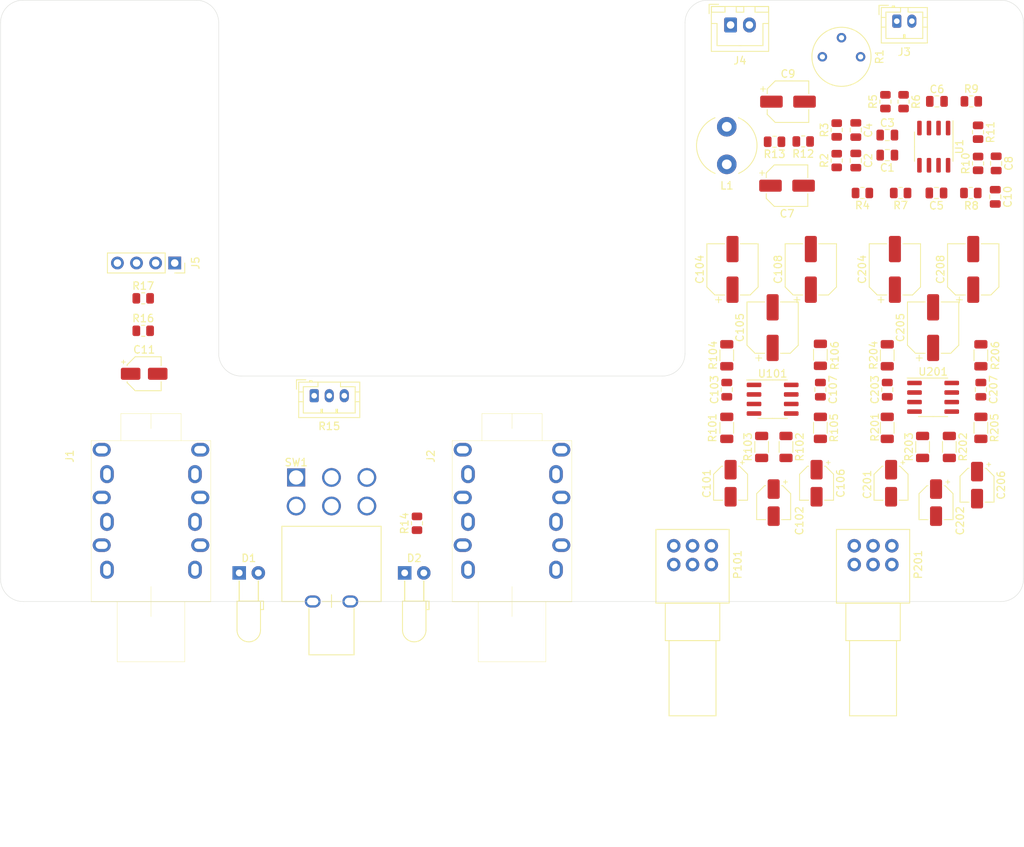
<source format=kicad_pcb>
(kicad_pcb (version 20241229) (generator "pcbnew") (generator_version "9.0")
  (layers (0 "F.Cu" signal) (2 "B.Cu" signal) (13 "F.Paste" user) (15 "B.Paste" user) (5 "F.SilkS" user "F.Silkscreen") (7 "B.SilkS" user "B.Silkscreen") (1 "F.Mask" user) (3 "B.Mask" user) (25 "Edge.Cuts" user))
  (net 0 "")
  (net 1 "Net-(C1-Pad1)")
  (net 2 "IN1")
  (net 3 "GND")
  (net 4 "IN2")
  (net 5 "Net-(C3-Pad1)")
  (net 6 "Net-(C5-Pad1)")
  (net 7 "Net-(C5-Pad2)")
  (net 8 "Net-(C6-Pad2)")
  (net 9 "Net-(C6-Pad1)")
  (net 10 "Net-(L1-Pad1)")
  (net 11 "Net-(C10-Pad2)")
  (net 12 "MP")
  (net 13 "OUT")
  (net 14 "+9V")
  (net 15 "Net-(R101-Pad2)")
  (net 16 "Net-(C101-Pad2)")
  (net 17 "Net-(R102-Pad1)")
  (net 18 "Net-(R105-Pad2)")
  (net 19 "Net-(C103-Pad1)")
  (net 20 "Net-(C103-Pad2)")
  (net 21 "Net-(C106-Pad2)")
  (net 22 "Net-(R201-Pad2)")
  (net 23 "Net-(C107-Pad2)")
  (net 24 "Net-(C107-Pad1)")
  (net 25 "Net-(R202-Pad1)")
  (net 26 "Net-(C201-Pad2)")
  (net 27 "Net-(R205-Pad2)")
  (net 28 "Net-(C203-Pad1)")
  (net 29 "Net-(C203-Pad2)")
  (net 31 "Net-(C206-Pad2)")
  (net 32 "Net-(C207-Pad2)")
  (net 33 "Net-(C207-Pad1)")
  (net 47 "Net-(R4-Pad2)")
  (net 48 "Net-(D1-Pad2)")
  (net 49 "Net-(D1-Pad1)")
  (net 50 "Net-(D2-Pad1)")
  (net 52 "GAIN_SW")
  (net 53 "Net-(C11-Pad2)")
  (net 54 "PL_OUT")
  (net 55 "PR_OUT")
  (net 56 "G_IN")
  (net 57 "AUXR_IN")
  (net 58 "AUXL_IN")
  (net 59 "GAIN_HI")
  (net 60 "Net-(J5-Pad3)")
  (footprint "Capacitor_SMD:C_0805_2012Metric" (layer "F.Cu") (at 195.707 71.332 90)
    (property "Reference" "C2" (at 0 1.661 90) (layer "F.SilkS"))
    (property "Value" "1nF")
    (pad "1" smd roundrect (at -0.95 0 90) (size 1 1.45) (layers "F.Cu" "F.Mask" "F.Paste") (net 3 "GND"))
    (pad "2" smd roundrect (at 0.95 0 90) (size 1 1.45) (layers "F.Cu" "F.Mask" "F.Paste") (net 2 "IN1"))
  )
  (footprint "Capacitor_SMD:C_0805_2012Metric" (layer "F.Cu") (at 199.898 67.945 180)
    (property "Reference" "C3" (at 0 1.609 0) (layer "F.SilkS"))
    (property "Value" "1uF")
    (pad "1" smd roundrect (at -0.95 0 180) (size 1 1.45) (layers "F.Cu" "F.Mask" "F.Paste") (net 5 "Net-(C3-Pad1)"))
    (pad "2" smd roundrect (at 0.95 0 180) (size 1 1.45) (layers "F.Cu" "F.Mask" "F.Paste") (net 4 "IN2"))
  )
  (footprint "Capacitor_SMD:C_0805_2012Metric" (layer "F.Cu") (at 195.707 67.268 -90)
    (property "Reference" "C4" (at 0.042 -1.661 90) (layer "F.SilkS"))
    (property "Value" "1nF")
    (pad "1" smd roundrect (at -0.95 0 270) (size 1 1.45) (layers "F.Cu" "F.Mask" "F.Paste") (net 3 "GND"))
    (pad "2" smd roundrect (at 0.95 0 270) (size 1 1.45) (layers "F.Cu" "F.Mask" "F.Paste") (net 4 "IN2"))
  )
  (footprint "Capacitor_SMD:C_0805_2012Metric" (layer "F.Cu") (at 206.4285 75.65 180)
    (property "Reference" "C5" (at 0 -1.68 0) (layer "F.SilkS"))
    (property "Value" "0.1nF")
    (pad "1" smd roundrect (at -0.95 0 180) (size 1 1.45) (layers "F.Cu" "F.Mask" "F.Paste") (net 6 "Net-(C5-Pad1)"))
    (pad "2" smd roundrect (at 0.95 0 180) (size 1 1.45) (layers "F.Cu" "F.Mask" "F.Paste") (net 7 "Net-(C5-Pad2)"))
  )
  (footprint "Capacitor_SMD:C_0805_2012Metric" (layer "F.Cu") (at 206.492 63.458 180)
    (property "Reference" "C6" (at -0.01 1.609 0) (layer "F.SilkS"))
    (property "Value" "0.1nF")
    (pad "1" smd roundrect (at -0.95 0 180) (size 1 1.45) (layers "F.Cu" "F.Mask" "F.Paste") (net 9 "Net-(C6-Pad1)"))
    (pad "2" smd roundrect (at 0.95 0 180) (size 1 1.45) (layers "F.Cu" "F.Mask" "F.Paste") (net 8 "Net-(C6-Pad2)"))
  )
  (footprint "Capacitor_SMD:CP_Elec_5x5.4" (layer "F.Cu") (at 186.563 74.676)
    (property "Reference" "C7" (at 0.01 3.725 0) (layer "F.SilkS"))
    (property "Value" "22uF, 16V")
    (pad "1" smd roundrect (at -2.2 0) (size 3 1.6) (layers "F.Cu" "F.Mask" "F.Paste") (roundrect_rratio 0.15625) (net 10 "Net-(L1-Pad1)"))
    (pad "2" smd roundrect (at 2.2 0) (size 3 1.6) (layers "F.Cu" "F.Mask" "F.Paste") (roundrect_rratio 0.15625) (net 3 "GND"))
  )
  (footprint "Capacitor_SMD:C_0805_2012Metric" (layer "F.Cu") (at 214.366 71.713 -90)
    (property "Reference" "C8" (at 0 -1.68 90) (layer "F.SilkS"))
    (property "Value" "6.8nF")
    (pad "1" smd roundrect (at -0.95 0 270) (size 1 1.45) (layers "F.Cu" "F.Mask" "F.Paste") (net 3 "GND"))
    (pad "2" smd roundrect (at 0.95 0 270) (size 1 1.45) (layers "F.Cu" "F.Mask" "F.Paste") (net 11 "Net-(C10-Pad2)"))
  )
  (footprint "Capacitor_SMD:CP_Elec_5x5.4" (layer "F.Cu") (at 186.69 63.5)
    (property "Reference" "C9" (at 0 -3.7 0) (layer "F.SilkS"))
    (property "Value" "22uF, 16V")
    (pad "1" smd roundrect (at -2.2 0) (size 3 1.6) (layers "F.Cu" "F.Mask" "F.Paste") (roundrect_rratio 0.15625) (net 12 "MP"))
    (pad "2" smd roundrect (at 2.2 0) (size 3 1.6) (layers "F.Cu" "F.Mask" "F.Paste") (roundrect_rratio 0.15625) (net 3 "GND"))
  )
  (footprint "Capacitor_SMD:C_0805_2012Metric" (layer "F.Cu") (at 214.249 76.158 90)
    (property "Reference" "C10" (at 0 1.661 90) (layer "F.SilkS"))
    (property "Value" "1uF")
    (pad "1" smd roundrect (at -0.95 0 90) (size 1 1.45) (layers "F.Cu" "F.Mask" "F.Paste") (net 13 "OUT"))
    (pad "2" smd roundrect (at 0.95 0 90) (size 1 1.45) (layers "F.Cu" "F.Mask" "F.Paste") (net 11 "Net-(C10-Pad2)"))
  )
  (footprint "Inductor_THT:L_Radial_D7.8mm_P5.00mm_Fastron_07HCP" (layer "F.Cu") (at 178.552 71.84 90)
    (property "Reference" "L1" (at -2.836 0.01 180) (layer "F.SilkS"))
    (property "Value" "1mH")
    (pad "1" thru_hole circle (at 0 0 90) (size 2.6 2.6) (drill 1.3) (layers "*.Cu" "*.Mask") (net 10 "Net-(L1-Pad1)"))
    (pad "2" thru_hole circle (at 5 0 90) (size 2.6 2.6) (drill 1.3) (layers "*.Cu" "*.Mask") (net 14 "+9V"))
  )
  (footprint "Potentiometer_THT:Potentiometer_Bourns_3339P_Vertical" (layer "F.Cu") (at 191.262 57.531 -90)
    (property "Reference" "R1" (at 0 -7.6 90) (layer "F.SilkS"))
    (property "Value" "1k")
    (pad "1" thru_hole circle (at 0 0 270) (size 1.26 1.26) (drill 0.7) (layers "*.Cu" "*.Mask") (net 47 "Net-(R4-Pad2)"))
    (pad "2" thru_hole circle (at -2.54 -2.54 270) (size 1.26 1.26) (drill 0.7) (layers "*.Cu" "*.Mask") (net 47 "Net-(R4-Pad2)"))
    (pad "3" thru_hole circle (at 0 -5.08 270) (size 1.26 1.26) (drill 0.7) (layers "*.Cu" "*.Mask") (net 8 "Net-(C6-Pad2)"))
  )
  (footprint "Resistor_SMD:R_0805_2012Metric" (layer "F.Cu") (at 193.167 71.332 90)
    (property "Reference" "R2" (at 0 -1.65 90) (layer "F.SilkS"))
    (property "Value" "4.7k")
    (pad "1" smd roundrect (at -0.9125 0 90) (size 1.025 1.4) (layers "F.Cu" "F.Mask" "F.Paste") (roundrect_rratio 0.243902) (net 3 "GND"))
    (pad "2" smd roundrect (at 0.9125 0 90) (size 1.025 1.4) (layers "F.Cu" "F.Mask" "F.Paste") (roundrect_rratio 0.243902) (net 2 "IN1"))
  )
  (footprint "Resistor_SMD:R_0805_2012Metric" (layer "F.Cu") (at 193.167 67.268 -90)
    (property "Reference" "R3" (at 0 1.641 90) (layer "F.SilkS"))
    (property "Value" "4.7k")
    (pad "1" smd roundrect (at -0.9125 0 270) (size 1.025 1.4) (layers "F.Cu" "F.Mask" "F.Paste") (roundrect_rratio 0.243902) (net 3 "GND"))
    (pad "2" smd roundrect (at 0.9125 0 270) (size 1.025 1.4) (layers "F.Cu" "F.Mask" "F.Paste") (roundrect_rratio 0.243902) (net 4 "IN2"))
  )
  (footprint "Resistor_SMD:R_0805_2012Metric" (layer "F.Cu") (at 196.586 75.65 180)
    (property "Reference" "R4" (at 0 -1.65 0) (layer "F.SilkS"))
    (property "Value" "39")
    (pad "1" smd roundrect (at -0.9125 0 180) (size 1.025 1.4) (layers "F.Cu" "F.Mask" "F.Paste") (roundrect_rratio 0.243902) (net 7 "Net-(C5-Pad2)"))
    (pad "2" smd roundrect (at 0.9125 0 180) (size 1.025 1.4) (layers "F.Cu" "F.Mask" "F.Paste") (roundrect_rratio 0.243902) (net 47 "Net-(R4-Pad2)"))
  )
  (footprint "Resistor_SMD:R_0805_2012Metric" (layer "F.Cu") (at 199.644 63.5 90)
    (property "Reference" "R5" (at 0 -1.65 90) (layer "F.SilkS"))
    (property "Value" "10k")
    (pad "1" smd roundrect (at -0.9125 0 90) (size 1.025 1.4) (layers "F.Cu" "F.Mask" "F.Paste") (roundrect_rratio 0.243902) (net 5 "Net-(C3-Pad1)"))
    (pad "2" smd roundrect (at 0.9125 0 90) (size 1.025 1.4) (layers "F.Cu" "F.Mask" "F.Paste") (roundrect_rratio 0.243902) (net 12 "MP"))
  )
  (footprint "Resistor_SMD:R_0805_2012Metric" (layer "F.Cu") (at 202.057 63.5 90)
    (property "Reference" "R6" (at 0 1.661 90) (layer "F.SilkS"))
    (property "Value" "10k")
    (pad "1" smd roundrect (at -0.9125 0 90) (size 1.025 1.4) (layers "F.Cu" "F.Mask" "F.Paste") (roundrect_rratio 0.243902) (net 8 "Net-(C6-Pad2)"))
    (pad "2" smd roundrect (at 0.9125 0 90) (size 1.025 1.4) (layers "F.Cu" "F.Mask" "F.Paste") (roundrect_rratio 0.243902) (net 12 "MP"))
  )
  (footprint "Resistor_SMD:R_0805_2012Metric" (layer "F.Cu") (at 201.666 75.65 180)
    (property "Reference" "R7" (at 0 -1.65 0) (layer "F.SilkS"))
    (property "Value" "10k")
    (pad "1" smd roundrect (at -0.9125 0 180) (size 1.025 1.4) (layers "F.Cu" "F.Mask" "F.Paste") (roundrect_rratio 0.243902) (net 12 "MP"))
    (pad "2" smd roundrect (at 0.9125 0 180) (size 1.025 1.4) (layers "F.Cu" "F.Mask" "F.Paste") (roundrect_rratio 0.243902) (net 1 "Net-(C1-Pad1)"))
  )
  (footprint "Resistor_SMD:R_0805_2012Metric" (layer "F.Cu") (at 211.0005 75.65)
    (property "Reference" "R8" (at 0.0735 1.693 0) (layer "F.SilkS"))
    (property "Value" "10k")
    (pad "1" smd roundrect (at -0.9125 0) (size 1.025 1.4) (layers "F.Cu" "F.Mask" "F.Paste") (roundrect_rratio 0.243902) (net 6 "Net-(C5-Pad1)"))
    (pad "2" smd roundrect (at 0.9125 0) (size 1.025 1.4) (layers "F.Cu" "F.Mask" "F.Paste") (roundrect_rratio 0.243902) (net 7 "Net-(C5-Pad2)"))
  )
  (footprint "Resistor_SMD:R_0805_2012Metric" (layer "F.Cu") (at 211.064 63.458)
    (property "Reference" "R9" (at 0 -1.65 0) (layer "F.SilkS"))
    (property "Value" "1k")
    (pad "1" smd roundrect (at -0.9125 0) (size 1.025 1.4) (layers "F.Cu" "F.Mask" "F.Paste") (roundrect_rratio 0.243902) (net 9 "Net-(C6-Pad1)"))
    (pad "2" smd roundrect (at 0.9125 0) (size 1.025 1.4) (layers "F.Cu" "F.Mask" "F.Paste") (roundrect_rratio 0.243902) (net 8 "Net-(C6-Pad2)"))
  )
  (footprint "Resistor_SMD:R_0805_2012Metric" (layer "F.Cu") (at 211.963 71.713 90)
    (property "Reference" "R10" (at 0 -1.65 90) (layer "F.SilkS"))
    (property "Value" "1k")
    (pad "1" smd roundrect (at -0.9125 0 90) (size 1.025 1.4) (layers "F.Cu" "F.Mask" "F.Paste") (roundrect_rratio 0.243902) (net 11 "Net-(C10-Pad2)"))
    (pad "2" smd roundrect (at 0.9125 0 90) (size 1.025 1.4) (layers "F.Cu" "F.Mask" "F.Paste") (roundrect_rratio 0.243902) (net 6 "Net-(C5-Pad1)"))
  )
  (footprint "Resistor_SMD:R_0805_2012Metric" (layer "F.Cu") (at 211.963 67.564 -90)
    (property "Reference" "R11" (at 0 -1.65 90) (layer "F.SilkS"))
    (property "Value" "1k")
    (pad "1" smd roundrect (at -0.9125 0 270) (size 1.025 1.4) (layers "F.Cu" "F.Mask" "F.Paste") (roundrect_rratio 0.243902) (net 9 "Net-(C6-Pad1)"))
    (pad "2" smd roundrect (at 0.9125 0 270) (size 1.025 1.4) (layers "F.Cu" "F.Mask" "F.Paste") (roundrect_rratio 0.243902) (net 7 "Net-(C5-Pad2)"))
  )
  (footprint "Resistor_SMD:R_0805_2012Metric" (layer "F.Cu") (at 184.902 68.8325 180)
    (property "Reference" "R13" (at 0 -1.65 0) (layer "F.SilkS"))
    (property "Value" "10k")
    (pad "1" smd roundrect (at -0.9125 0 180) (size 1.025 1.4) (layers "F.Cu" "F.Mask" "F.Paste") (roundrect_rratio 0.243902) (net 12 "MP"))
    (pad "2" smd roundrect (at 0.9125 0 180) (size 1.025 1.4) (layers "F.Cu" "F.Mask" "F.Paste") (roundrect_rratio 0.243902) (net 10 "Net-(L1-Pad1)"))
  )
  (footprint "lib:CK635-037" (layer "F.Cu") (at 102 130 -90)
    (property "Reference" "J1" (at -19.338 10.796 90) (layer "F.SilkS"))
    (property "Value" "AudioJack3_Dual_Switch")
    (pad "R1" thru_hole oval (at -10.6 -5.85 270) (size 2.4 1.8) (drill oval 1.6 1) (layers "*.Cu" "*.Mask"))
    (pad "R2" thru_hole oval (at -13.85 -6.55 270) (size 1.8 2.4) (drill oval 1 1.6) (layers "*.Cu" "*.Mask"))
    (pad "RN1" thru_hole oval (at -10.6 5.85 270) (size 2.4 1.8) (drill oval 1.6 1) (layers "*.Cu" "*.Mask"))
    (pad "RN2" thru_hole oval (at -13.85 6.55 270) (size 1.8 2.4) (drill oval 1 1.6) (layers "*.Cu" "*.Mask"))
    (pad "S1" thru_hole oval (at -4.23 -5.85 270) (size 2.4 1.8) (drill oval 1.6 1) (layers "*.Cu" "*.Mask") (net 3 "GND"))
    (pad "S2" thru_hole oval (at -7.5 -6.55 270) (size 1.8 2.4) (drill oval 1 1.6) (layers "*.Cu" "*.Mask") (net 3 "GND"))
    (pad "SN1" thru_hole oval (at -4.23 5.85 270) (size 2.4 1.8) (drill oval 1.6 1) (layers "*.Cu" "*.Mask"))
    (pad "SN2" thru_hole oval (at -7.5 6.55 270) (size 1.8 2.4) (drill oval 1 1.6) (layers "*.Cu" "*.Mask"))
    (pad "T1" thru_hole oval (at -16.95 -5.85 270) (size 2.4 1.8) (drill oval 1.6 1) (layers "*.Cu" "*.Mask") (net 56 "G_IN"))
    (pad "T2" thru_hole oval (at -20.2 -6.55 270) (size 1.8 2.4) (drill oval 1 1.6) (layers "*.Cu" "*.Mask") (net 56 "G_IN"))
    (pad "TN1" thru_hole oval (at -16.95 5.85 270) (size 2.4 1.8) (drill oval 1.6 1) (layers "*.Cu" "*.Mask"))
    (pad "TN2" thru_hole oval (at -20.2 6.55 270) (size 1.8 2.4) (drill oval 1 1.6) (layers "*.Cu" "*.Mask"))
  )
  (footprint "lib:CK635-037" (layer "F.Cu") (at 150 130 -90)
    (property "Reference" "J2" (at -19.338 10.796 90) (layer "F.SilkS"))
    (property "Value" "AudioJack3_Dual_Switch")
    (pad "R1" thru_hole oval (at -10.6 -5.85 270) (size 2.4 1.8) (drill oval 1.6 1) (layers "*.Cu" "*.Mask") (net 55 "PR_OUT"))
    (pad "R2" thru_hole oval (at -13.85 -6.55 270) (size 1.8 2.4) (drill oval 1 1.6) (layers "*.Cu" "*.Mask") (net 57 "AUXR_IN"))
    (pad "RN1" thru_hole oval (at -10.6 5.85 270) (size 2.4 1.8) (drill oval 1.6 1) (layers "*.Cu" "*.Mask"))
    (pad "RN2" thru_hole oval (at -13.85 6.55 270) (size 1.8 2.4) (drill oval 1 1.6) (layers "*.Cu" "*.Mask"))
    (pad "S1" thru_hole oval (at -4.23 -5.85 270) (size 2.4 1.8) (drill oval 1.6 1) (layers "*.Cu" "*.Mask") (net 3 "GND"))
    (pad "S2" thru_hole oval (at -7.5 -6.55 270) (size 1.8 2.4) (drill oval 1 1.6) (layers "*.Cu" "*.Mask") (net 3 "GND"))
    (pad "SN1" thru_hole oval (at -4.23 5.85 270) (size 2.4 1.8) (drill oval 1.6 1) (layers "*.Cu" "*.Mask"))
    (pad "SN2" thru_hole oval (at -7.5 6.55 270) (size 1.8 2.4) (drill oval 1 1.6) (layers "*.Cu" "*.Mask"))
    (pad "T1" thru_hole oval (at -16.95 -5.85 270) (size 2.4 1.8) (drill oval 1.6 1) (layers "*.Cu" "*.Mask") (net 54 "PL_OUT"))
    (pad "T2" thru_hole oval (at -20.2 -6.55 270) (size 1.8 2.4) (drill oval 1 1.6) (layers "*.Cu" "*.Mask") (net 58 "AUXL_IN"))
    (pad "TN1" thru_hole oval (at -16.95 5.85 270) (size 2.4 1.8) (drill oval 1.6 1) (layers "*.Cu" "*.Mask"))
    (pad "TN2" thru_hole oval (at -20.2 6.55 270) (size 1.8 2.4) (drill oval 1 1.6) (layers "*.Cu" "*.Mask"))
  )
  (footprint "Potentiometer_THT:Potentiometer_Alps_RK097_Dual_Horizontal" (layer "F.Cu") (at 195.5 125.08 -90)
    (property "Reference" "P201" (at 0 -8.5 90) (layer "F.SilkS"))
    (property "Value" "R_POT_Dual")
    (pad "1" thru_hole circle (at 0 0 270) (size 1.8 1.8) (drill 1) (layers "*.Cu" "*.Mask") (net 58 "AUXL_IN"))
    (pad "2" thru_hole circle (at 0 -2.5 270) (size 1.8 1.8) (drill 1) (layers "*.Cu" "*.Mask") (net 26 "Net-(C201-Pad2)"))
    (pad "3" thru_hole circle (at 0 -5 270) (size 1.8 1.8) (drill 1) (layers "*.Cu" "*.Mask") (net 3 "GND"))
    (pad "4" thru_hole circle (at -2.5 0 270) (size 1.8 1.8) (drill 1) (layers "*.Cu" "*.Mask") (net 57 "AUXR_IN"))
    (pad "5" thru_hole circle (at -2.5 -2.5 270) (size 1.8 1.8) (drill 1) (layers "*.Cu" "*.Mask") (net 31 "Net-(C206-Pad2)"))
    (pad "6" thru_hole circle (at -2.5 -5 270) (size 1.8 1.8) (drill 1) (layers "*.Cu" "*.Mask") (net 3 "GND"))
  )
  (footprint "LED_THT:LED_D3.0mm_Horizontal_O3.81mm_Z6.0mm" (layer "F.Cu") (at 113.73 126.19)
    (property "Reference" "D1" (at 1.27 -1.96 0) (layer "F.SilkS"))
    (property "Value" "LED")
    (pad "1" thru_hole rect (at 0 0) (size 1.8 1.8) (drill 0.9) (layers "*.Cu" "*.Mask") (net 49 "Net-(D1-Pad1)"))
    (pad "2" thru_hole circle (at 2.54 0) (size 1.8 1.8) (drill 0.9) (layers "*.Cu" "*.Mask") (net 48 "Net-(D1-Pad2)"))
  )
  (footprint "LED_THT:LED_D3.0mm_Horizontal_O3.81mm_Z6.0mm" (layer "F.Cu") (at 135.73 126.19)
    (property "Reference" "D2" (at 1.27 -1.96 0) (layer "F.SilkS"))
    (property "Value" "LED")
    (pad "1" thru_hole rect (at 0 0) (size 1.8 1.8) (drill 0.9) (layers "*.Cu" "*.Mask") (net 50 "Net-(D2-Pad1)"))
    (pad "2" thru_hole circle (at 2.54 0) (size 1.8 1.8) (drill 0.9) (layers "*.Cu" "*.Mask") (net 48 "Net-(D1-Pad2)"))
  )
  (footprint "lib:MTS-202-C3_DPDT_Angled" (layer "F.Cu") (at 121.3 113.49)
    (property "Reference" "SW1" (at 0 -2 0) (layer "F.SilkS"))
    (property "Value" "SW_DPDT_x2")
    (pad "" thru_hole oval (at 2.2 16.5) (size 2.1 1.6) (drill oval 1.5 1) (layers "*.Cu" "*.Mask"))
    (pad "" thru_hole oval (at 7.2 16.5) (size 2.1 1.6) (drill oval 1.5 1) (layers "*.Cu" "*.Mask"))
    (pad "1" thru_hole rect (at 0 0) (size 2.4 2.4) (drill 1.9) (layers "*.Cu" "*.Mask") (net 50 "Net-(D2-Pad1)"))
    (pad "2" thru_hole circle (at 4.7 0) (size 2.5 2.5) (drill 1.9) (layers "*.Cu" "*.Mask") (net 3 "GND"))
    (pad "3" thru_hole circle (at 9.4 0) (size 2.5 2.5) (drill 1.9) (layers "*.Cu" "*.Mask") (net 49 "Net-(D1-Pad1)"))
    (pad "4" thru_hole circle (at 0 3.8) (size 2.5 2.5) (drill 1.9) (layers "*.Cu" "*.Mask") (net 59 "GAIN_HI"))
    (pad "5" thru_hole circle (at 4.7 3.8) (size 2.5 2.5) (drill 1.9) (layers "*.Cu" "*.Mask") (net 52 "GAIN_SW"))
    (pad "6" thru_hole circle (at 9.4 3.8) (size 2.5 2.5) (drill 1.9) (layers "*.Cu" "*.Mask"))
  )
  (footprint "Package_SO:SOIC-8_3.9x4.9mm_P1.27mm" (layer "F.Cu") (at 206.0705 69.4845 -90)
    (property "Reference" "U1" (at 0 -3.4 90) (layer "F.SilkS"))
    (property "Value" "NE5532DR")
    (pad "1" smd roundrect (at -2.475 -1.905 270) (size 1.95 0.6) (layers "F.Cu" "F.Mask" "F.Paste") (net 9 "Net-(C6-Pad1)"))
    (pad "2" smd roundrect (at -2.475 -0.635 270) (size 1.95 0.6) (layers "F.Cu" "F.Mask" "F.Paste") (net 8 "Net-(C6-Pad2)"))
    (pad "3" smd roundrect (at -2.475 0.635 270) (size 1.95 0.6) (layers "F.Cu" "F.Mask" "F.Paste") (net 5 "Net-(C3-Pad1)"))
    (pad "4" smd roundrect (at -2.475 1.905 270) (size 1.95 0.6) (layers "F.Cu" "F.Mask" "F.Paste") (net 3 "GND"))
    (pad "5" smd roundrect (at 2.475 1.905 270) (size 1.95 0.6) (layers "F.Cu" "F.Mask" "F.Paste") (net 1 "Net-(C1-Pad1)"))
    (pad "6" smd roundrect (at 2.475 0.635 270) (size 1.95 0.6) (layers "F.Cu" "F.Mask" "F.Paste") (net 7 "Net-(C5-Pad2)"))
    (pad "7" smd roundrect (at 2.475 -0.635 270) (size 1.95 0.6) (layers "F.Cu" "F.Mask" "F.Paste") (net 6 "Net-(C5-Pad1)"))
    (pad "8" smd roundrect (at 2.475 -1.905 270) (size 1.95 0.6) (layers "F.Cu" "F.Mask" "F.Paste") (net 10 "Net-(L1-Pad1)"))
  )
  (footprint "Capacitor_SMD:CP_Elec_4x5.4" (layer "F.Cu") (at 101.092 99.695)
    (property "Reference" "C11" (at 0 -3.2 0) (layer "F.SilkS"))
    (property "Value" "10uF, 16V")
    (pad "1" smd roundrect (at -1.8 0) (size 2.6 1.6) (layers "F.Cu" "F.Mask" "F.Paste") (roundrect_rratio 0.15625) (net 52 "GAIN_SW"))
    (pad "2" smd roundrect (at 1.8 0) (size 2.6 1.6) (layers "F.Cu" "F.Mask" "F.Paste") (roundrect_rratio 0.15625) (net 53 "Net-(C11-Pad2)"))
  )
  (footprint "Connector_JST:JST_PH_B2B-PH-K_1x02_P2.00mm_Vertical" (layer "F.Cu") (at 201.158 52.79)
    (property "Reference" "J3" (at 1 4.106 0) (layer "F.SilkS"))
    (property "Value" "Conn_01x02_Male")
    (pad "1" thru_hole roundrect (at 0 0) (size 1.2 1.75) (drill 0.75) (layers "*.Cu" "*.Mask") (roundrect_rratio 0.208333) (net 2 "IN1"))
    (pad "2" thru_hole oval (at 2 0) (size 1.2 1.75) (drill 0.75) (layers "*.Cu" "*.Mask") (net 4 "IN2"))
  )
  (footprint "Connector_JST:JST_XH_B2B-XH-A_1x02_P2.50mm_Vertical" (layer "F.Cu") (at 179.06 53.298)
    (property "Reference" "J4" (at 1.25 4.741 0) (layer "F.SilkS"))
    (property "Value" "Conn_01x02_Male")
    (pad "1" thru_hole roundrect (at 0 0) (size 1.7 2) (drill 1) (layers "*.Cu" "*.Mask") (roundrect_rratio 0.147059) (net 14 "+9V"))
    (pad "2" thru_hole oval (at 2.5 0) (size 1.7 2) (drill 1) (layers "*.Cu" "*.Mask") (net 3 "GND"))
  )
  (footprint "Resistor_SMD:R_0805_2012Metric" (layer "F.Cu") (at 137.3635 119.586 90)
    (property "Reference" "R14" (at 0 -1.65 90) (layer "F.SilkS"))
    (property "Value" "2k")
    (pad "1" smd roundrect (at -0.9125 0 90) (size 1.025 1.4) (layers "F.Cu" "F.Mask" "F.Paste") (roundrect_rratio 0.243902) (net 48 "Net-(D1-Pad2)"))
    (pad "2" smd roundrect (at 0.9125 0 90) (size 1.025 1.4) (layers "F.Cu" "F.Mask" "F.Paste") (roundrect_rratio 0.243902) (net 14 "+9V"))
  )
  (footprint "Connector_JST:JST_PH_B3B-PH-K_1x03_P2.00mm_Vertical" (layer "F.Cu") (at 123.698 102.616)
    (property "Reference" "R15" (at 2 4.064 0) (layer "F.SilkS"))
    (property "Value" "R_POT")
    (pad "1" thru_hole roundrect (at 0 0) (size 1.2 1.75) (drill 0.75) (layers "*.Cu" "*.Mask") (roundrect_rratio 0.208333) (net 56 "G_IN"))
    (pad "2" thru_hole oval (at 2 0) (size 1.2 1.75) (drill 0.75) (layers "*.Cu" "*.Mask") (net 53 "Net-(C11-Pad2)"))
    (pad "3" thru_hole oval (at 4 0) (size 1.2 1.75) (drill 0.75) (layers "*.Cu" "*.Mask") (net 3 "GND"))
  )
  (footprint "Resistor_SMD:R_0805_2012Metric" (layer "F.Cu") (at 100.965 93.98)
    (property "Reference" "R16" (at 0 -1.65 0) (layer "F.SilkS"))
    (property "Value" "100k")
    (pad "1" smd roundrect (at -0.9125 0) (size 1.025 1.4) (layers "F.Cu" "F.Mask" "F.Paste") (roundrect_rratio 0.243902) (net 59 "GAIN_HI"))
    (pad "2" smd roundrect (at 0.9125 0) (size 1.025 1.4) (layers "F.Cu" "F.Mask" "F.Paste") (roundrect_rratio 0.243902) (net 52 "GAIN_SW"))
  )
  (footprint "Potentiometer_THT:Potentiometer_Alps_RK097_Dual_Horizontal" (layer "F.Cu") (at 171.5 125.08 -90)
    (property "Reference" "P101" (at 0 -8.5 90) (layer "F.SilkS"))
    (property "Value" "R_POT_Dual")
    (pad "1" thru_hole circle (at 0 0 270) (size 1.8 1.8) (drill 1) (layers "*.Cu" "*.Mask") (net 13 "OUT"))
    (pad "2" thru_hole circle (at 0 -2.5 270) (size 1.8 1.8) (drill 1) (layers "*.Cu" "*.Mask") (net 16 "Net-(C101-Pad2)"))
    (pad "3" thru_hole circle (at 0 -5 270) (size 1.8 1.8) (drill 1) (layers "*.Cu" "*.Mask") (net 3 "GND"))
    (pad "4" thru_hole circle (at -2.5 0 270) (size 1.8 1.8) (drill 1) (layers "*.Cu" "*.Mask") (net 13 "OUT"))
    (pad "5" thru_hole circle (at -2.5 -2.5 270) (size 1.8 1.8) (drill 1) (layers "*.Cu" "*.Mask") (net 21 "Net-(C106-Pad2)"))
    (pad "6" thru_hole circle (at -2.5 -5 270) (size 1.8 1.8) (drill 1) (layers "*.Cu" "*.Mask") (net 3 "GND"))
  )
  (footprint "Capacitor_SMD:CP_Elec_6.3x7.7" (layer "F.Cu") (at 211.318 85.81 90)
    (property "Reference" "C208" (at 0 -4.35 90) (layer "F.SilkS"))
    (property "Value" "220uF, 16V")
    (pad "1" smd roundrect (at -2.7 0 90) (size 3.5 1.6) (layers "F.Cu" "F.Mask" "F.Paste") (roundrect_rratio 0.15625) (net 33 "Net-(C207-Pad1)"))
    (pad "2" smd roundrect (at 2.7 0 90) (size 3.5 1.6) (layers "F.Cu" "F.Mask" "F.Paste") (roundrect_rratio 0.15625) (net 55 "PR_OUT"))
  )
  (footprint "Package_SO:SOIC-8_3.9x4.9mm_P1.27mm" (layer "F.Cu") (at 205.984 102.828)
    (property "Reference" "U201" (at 0 -3.4 0) (layer "F.SilkS"))
    (property "Value" "NE5532DR")
    (pad "1" smd roundrect (at -2.475 -1.905) (size 1.95 0.6) (layers "F.Cu" "F.Mask" "F.Paste") (net 28 "Net-(C203-Pad1)"))
    (pad "2" smd roundrect (at -2.475 -0.635) (size 1.95 0.6) (layers "F.Cu" "F.Mask" "F.Paste") (net 29 "Net-(C203-Pad2)"))
    (pad "3" smd roundrect (at -2.475 0.635) (size 1.95 0.6) (layers "F.Cu" "F.Mask" "F.Paste") (net 25 "Net-(R202-Pad1)"))
    (pad "4" smd roundrect (at -2.475 1.905) (size 1.95 0.6) (layers "F.Cu" "F.Mask" "F.Paste") (net 3 "GND"))
    (pad "5" smd roundrect (at 2.475 1.905) (size 1.95 0.6) (layers "F.Cu" "F.Mask" "F.Paste") (net 25 "Net-(R202-Pad1)"))
    (pad "6" smd roundrect (at 2.475 0.635) (size 1.95 0.6) (layers "F.Cu" "F.Mask" "F.Paste") (net 32 "Net-(C207-Pad2)"))
    (pad "7" smd roundrect (at 2.475 -0.635) (size 1.95 0.6) (layers "F.Cu" "F.Mask" "F.Paste") (net 33 "Net-(C207-Pad1)"))
    (pad "8" smd roundrect (at 2.475 -1.905) (size 1.95 0.6) (layers "F.Cu" "F.Mask" "F.Paste") (net 14 "+9V"))
  )
  (footprint "Package_SO:SOIC-8_3.9x4.9mm_P1.27mm" (layer "F.Cu") (at 184.648 103.082)
    (property "Reference" "U101" (at 0 -3.4 0) (layer "F.SilkS"))
    (property "Value" "NE5532DR")
    (pad "1" smd roundrect (at -2.475 -1.905) (size 1.95 0.6) (layers "F.Cu" "F.Mask" "F.Paste") (net 19 "Net-(C103-Pad1)"))
    (pad "2" smd roundrect (at -2.475 -0.635) (size 1.95 0.6) (layers "F.Cu" "F.Mask" "F.Paste") (net 20 "Net-(C103-Pad2)"))
    (pad "3" smd roundrect (at -2.475 0.635) (size 1.95 0.6) (layers "F.Cu" "F.Mask" "F.Paste") (net 17 "Net-(R102-Pad1)"))
    (pad "4" smd roundrect (at -2.475 1.905) (size 1.95 0.6) (layers "F.Cu" "F.Mask" "F.Paste") (net 3 "GND"))
    (pad "5" smd roundrect (at 2.475 1.905) (size 1.95 0.6) (layers "F.Cu" "F.Mask" "F.Paste") (net 17 "Net-(R102-Pad1)"))
    (pad "6" smd roundrect (at 2.475 0.635) (size 1.95 0.6) (layers "F.Cu" "F.Mask" "F.Paste") (net 23 "Net-(C107-Pad2)"))
    (pad "7" smd roundrect (at 2.475 -0.635) (size 1.95 0.6) (layers "F.Cu" "F.Mask" "F.Paste") (net 24 "Net-(C107-Pad1)"))
    (pad "8" smd roundrect (at 2.475 -1.905) (size 1.95 0.6) (layers "F.Cu" "F.Mask" "F.Paste") (net 14 "+9V"))
  )
  (footprint "Resistor_SMD:R_1206_3216Metric" (layer "F.Cu") (at 212.334 97.24 90)
    (property "Reference" "R206" (at -0.042 1.915 90) (layer "F.SilkS"))
    (property "Value" "68k")
    (pad "1" smd roundrect (at -1.4625 0 90) (size 1.125 1.75) (layers "F.Cu" "F.Mask" "F.Paste") (roundrect_rratio 0.222222) (net 33 "Net-(C207-Pad1)"))
    (pad "2" smd roundrect (at 1.4625 0 90) (size 1.125 1.75) (layers "F.Cu" "F.Mask" "F.Paste") (roundrect_rratio 0.222222) (net 32 "Net-(C207-Pad2)"))
  )
  (footprint "Resistor_SMD:R_1206_3216Metric" (layer "F.Cu") (at 212.334 106.892 -90)
    (property "Reference" "R205" (at 0 -1.82 90) (layer "F.SilkS"))
    (property "Value" "18k")
    (pad "1" smd roundrect (at -1.4625 0 270) (size 1.125 1.75) (layers "F.Cu" "F.Mask" "F.Paste") (roundrect_rratio 0.222222) (net 32 "Net-(C207-Pad2)"))
    (pad "2" smd roundrect (at 1.4625 0 270) (size 1.125 1.75) (layers "F.Cu" "F.Mask" "F.Paste") (roundrect_rratio 0.222222) (net 27 "Net-(R205-Pad2)"))
  )
  (footprint "Resistor_SMD:R_1206_3216Metric" (layer "F.Cu") (at 199.888 97.24 90)
    (property "Reference" "R204" (at 0 -1.82 90) (layer "F.SilkS"))
    (property "Value" "68k")
    (pad "1" smd roundrect (at -1.4625 0 90) (size 1.125 1.75) (layers "F.Cu" "F.Mask" "F.Paste") (roundrect_rratio 0.222222) (net 28 "Net-(C203-Pad1)"))
    (pad "2" smd roundrect (at 1.4625 0 90) (size 1.125 1.75) (layers "F.Cu" "F.Mask" "F.Paste") (roundrect_rratio 0.222222) (net 29 "Net-(C203-Pad2)"))
  )
  (footprint "Resistor_SMD:R_1206_3216Metric" (layer "F.Cu") (at 204.587 109.432 90)
    (property "Reference" "R203" (at 0 -1.82 90) (layer "F.SilkS"))
    (property "Value" "68k")
    (pad "1" smd roundrect (at -1.4625 0 90) (size 1.125 1.75) (layers "F.Cu" "F.Mask" "F.Paste") (roundrect_rratio 0.222222) (net 3 "GND"))
    (pad "2" smd roundrect (at 1.4625 0 90) (size 1.125 1.75) (layers "F.Cu" "F.Mask" "F.Paste") (roundrect_rratio 0.222222) (net 25 "Net-(R202-Pad1)"))
  )
  (footprint "Resistor_SMD:R_1206_3216Metric" (layer "F.Cu") (at 208.143 109.432 -90)
    (property "Reference" "R202" (at 0 -1.82 90) (layer "F.SilkS"))
    (property "Value" "68k")
    (pad "1" smd roundrect (at -1.4625 0 270) (size 1.125 1.75) (layers "F.Cu" "F.Mask" "F.Paste") (roundrect_rratio 0.222222) (net 25 "Net-(R202-Pad1)"))
    (pad "2" smd roundrect (at 1.4625 0 270) (size 1.125 1.75) (layers "F.Cu" "F.Mask" "F.Paste") (roundrect_rratio 0.222222) (net 14 "+9V"))
  )
  (footprint "Resistor_SMD:R_1206_3216Metric" (layer "F.Cu") (at 199.888 106.892 -90)
    (property "Reference" "R201" (at -0.085 1.641 90) (layer "F.SilkS"))
    (property "Value" "18k")
    (pad "1" smd roundrect (at -1.4625 0 270) (size 1.125 1.75) (layers "F.Cu" "F.Mask" "F.Paste") (roundrect_rratio 0.222222) (net 29 "Net-(C203-Pad2)"))
    (pad "2" smd roundrect (at 1.4625 0 270) (size 1.125 1.75) (layers "F.Cu" "F.Mask" "F.Paste") (roundrect_rratio 0.222222) (net 22 "Net-(R201-Pad2)"))
  )
  (footprint "Resistor_SMD:R_1206_3216Metric" (layer "F.Cu") (at 190.998 97.1765 90)
    (property "Reference" "R106" (at -0.1055 1.915 90) (layer "F.SilkS"))
    (property "Value" "68k")
    (pad "1" smd roundrect (at -1.4625 0 90) (size 1.125 1.75) (layers "F.Cu" "F.Mask" "F.Paste") (roundrect_rratio 0.222222) (net 24 "Net-(C107-Pad1)"))
    (pad "2" smd roundrect (at 1.4625 0 90) (size 1.125 1.75) (layers "F.Cu" "F.Mask" "F.Paste") (roundrect_rratio 0.222222) (net 23 "Net-(C107-Pad2)"))
  )
  (footprint "Resistor_SMD:R_1206_3216Metric" (layer "F.Cu") (at 190.998 106.892 -90)
    (property "Reference" "R105" (at 0 -1.82 90) (layer "F.SilkS"))
    (property "Value" "18k")
    (pad "1" smd roundrect (at -1.4625 0 270) (size 1.125 1.75) (layers "F.Cu" "F.Mask" "F.Paste") (roundrect_rratio 0.222222) (net 23 "Net-(C107-Pad2)"))
    (pad "2" smd roundrect (at 1.4625 0 270) (size 1.125 1.75) (layers "F.Cu" "F.Mask" "F.Paste") (roundrect_rratio 0.222222) (net 18 "Net-(R105-Pad2)"))
  )
  (footprint "Resistor_SMD:R_1206_3216Metric" (layer "F.Cu") (at 178.552 97.24 90)
    (property "Reference" "R104" (at 0 -1.82 90) (layer "F.SilkS"))
    (property "Value" "68k")
    (pad "1" smd roundrect (at -1.4625 0 90) (size 1.125 1.75) (layers "F.Cu" "F.Mask" "F.Paste") (roundrect_rratio 0.222222) (net 19 "Net-(C103-Pad1)"))
    (pad "2" smd roundrect (at 1.4625 0 90) (size 1.125 1.75) (layers "F.Cu" "F.Mask" "F.Paste") (roundrect_rratio 0.222222) (net 20 "Net-(C103-Pad2)"))
  )
  (footprint "Resistor_SMD:R_1206_3216Metric" (layer "F.Cu") (at 183.1875 109.432 90)
    (property "Reference" "R103" (at 0 -1.82 90) (layer "F.SilkS"))
    (property "Value" "68k")
    (pad "1" smd roundrect (at -1.4625 0 90) (size 1.125 1.75) (layers "F.Cu" "F.Mask" "F.Paste") (roundrect_rratio 0.222222) (net 3 "GND"))
    (pad "2" smd roundrect (at 1.4625 0 90) (size 1.125 1.75) (layers "F.Cu" "F.Mask" "F.Paste") (roundrect_rratio 0.222222) (net 17 "Net-(R102-Pad1)"))
  )
  (footprint "Resistor_SMD:R_1206_3216Metric" (layer "F.Cu") (at 186.426 109.432 -90)
    (property "Reference" "R102" (at 0 -1.82 90) (layer "F.SilkS"))
    (property "Value" "68k")
    (pad "1" smd roundrect (at -1.4625 0 270) (size 1.125 1.75) (layers "F.Cu" "F.Mask" "F.Paste") (roundrect_rratio 0.222222) (net 17 "Net-(R102-Pad1)"))
    (pad "2" smd roundrect (at 1.4625 0 270) (size 1.125 1.75) (layers "F.Cu" "F.Mask" "F.Paste") (roundrect_rratio 0.222222) (net 14 "+9V"))
  )
  (footprint "Resistor_SMD:R_1206_3216Metric" (layer "F.Cu") (at 178.552 106.892 -90)
    (property "Reference" "R101" (at 0 1.895 90) (layer "F.SilkS"))
    (property "Value" "18k")
    (pad "1" smd roundrect (at -1.4625 0 270) (size 1.125 1.75) (layers "F.Cu" "F.Mask" "F.Paste") (roundrect_rratio 0.222222) (net 20 "Net-(C103-Pad2)"))
    (pad "2" smd roundrect (at 1.4625 0 270) (size 1.125 1.75) (layers "F.Cu" "F.Mask" "F.Paste") (roundrect_rratio 0.222222) (net 15 "Net-(R101-Pad2)"))
  )
  (footprint "Capacitor_SMD:C_0805_2012Metric" (layer "F.Cu") (at 212.334 101.812 -90)
    (property "Reference" "C207" (at 0 -1.68 90) (layer "F.SilkS"))
    (property "Value" "22pF")
    (pad "1" smd roundrect (at -0.95 0 270) (size 1 1.45) (layers "F.Cu" "F.Mask" "F.Paste") (net 33 "Net-(C207-Pad1)"))
    (pad "2" smd roundrect (at 0.95 0 270) (size 1 1.45) (layers "F.Cu" "F.Mask" "F.Paste") (net 32 "Net-(C207-Pad2)"))
  )
  (footprint "Capacitor_SMD:CP_Elec_4x5.4" (layer "F.Cu") (at 184.785 116.84 -90)
    (property "Reference" "C102" (at 2.413 -3.429 90) (layer "F.SilkS"))
    (property "Value" "4.7uF, 16V")
    (pad "1" smd roundrect (at -1.8 0 270) (size 2.6 1.6) (layers "F.Cu" "F.Mask" "F.Paste") (roundrect_rratio 0.15625) (net 17 "Net-(R102-Pad1)"))
    (pad "2" smd roundrect (at 1.8 0 270) (size 2.6 1.6) (layers "F.Cu" "F.Mask" "F.Paste") (roundrect_rratio 0.15625) (net 3 "GND"))
  )
  (footprint "Capacitor_SMD:C_0805_2012Metric" (layer "F.Cu") (at 178.552 101.812 -90)
    (property "Reference" "C103" (at 0 1.641 90) (layer "F.SilkS"))
    (property "Value" "22pF")
    (pad "1" smd roundrect (at -0.95 0 270) (size 1 1.45) (layers "F.Cu" "F.Mask" "F.Paste") (net 19 "Net-(C103-Pad1)"))
    (pad "2" smd roundrect (at 0.95 0 270) (size 1 1.45) (layers "F.Cu" "F.Mask" "F.Paste") (net 20 "Net-(C103-Pad2)"))
  )
  (footprint "Capacitor_SMD:CP_Elec_6.3x7.7" (layer "F.Cu") (at 179.314 85.81 90)
    (property "Reference" "C104" (at 0 -4.35 90) (layer "F.SilkS"))
    (property "Value" "220uF, 16V")
    (pad "1" smd roundrect (at -2.7 0 90) (size 3.5 1.6) (layers "F.Cu" "F.Mask" "F.Paste") (roundrect_rratio 0.15625) (net 19 "Net-(C103-Pad1)"))
    (pad "2" smd roundrect (at 2.7 0 90) (size 3.5 1.6) (layers "F.Cu" "F.Mask" "F.Paste") (roundrect_rratio 0.15625) (net 54 "PL_OUT"))
  )
  (footprint "Capacitor_SMD:CP_Elec_6.3x7.7" (layer "F.Cu") (at 200.904 85.81 90)
    (property "Reference" "C204" (at 0 -4.35 90) (layer "F.SilkS"))
    (property "Value" "220uF, 16V")
    (pad "1" smd roundrect (at -2.7 0 90) (size 3.5 1.6) (layers "F.Cu" "F.Mask" "F.Paste") (roundrect_rratio 0.15625) (net 28 "Net-(C203-Pad1)"))
    (pad "2" smd roundrect (at 2.7 0 90) (size 3.5 1.6) (layers "F.Cu" "F.Mask" "F.Paste") (roundrect_rratio 0.15625) (net 54 "PL_OUT"))
  )
  (footprint "Capacitor_SMD:C_0805_2012Metric" (layer "F.Cu") (at 199.888 101.812 -90)
    (property "Reference" "C203" (at 0 1.641 90) (layer "F.SilkS"))
    (property "Value" "22pF")
    (pad "1" smd roundrect (at -0.95 0 270) (size 1 1.45) (layers "F.Cu" "F.Mask" "F.Paste") (net 28 "Net-(C203-Pad1)"))
    (pad "2" smd roundrect (at 0.95 0 270) (size 1 1.45) (layers "F.Cu" "F.Mask" "F.Paste") (net 29 "Net-(C203-Pad2)"))
  )
  (footprint "Capacitor_SMD:CP_Elec_4x5.4" (layer "F.Cu") (at 206.375 116.84 -90)
    (property "Reference" "C202" (at 2.413 -3.2 90) (layer "F.SilkS"))
    (property "Value" "4.7uF, 16V")
    (pad "1" smd roundrect (at -1.8 0 270) (size 2.6 1.6) (layers "F.Cu" "F.Mask" "F.Paste") (roundrect_rratio 0.15625) (net 25 "Net-(R202-Pad1)"))
    (pad "2" smd roundrect (at 1.8 0 270) (size 2.6 1.6) (layers "F.Cu" "F.Mask" "F.Paste") (roundrect_rratio 0.15625) (net 3 "GND"))
  )
  (footprint "Capacitor_SMD:CP_Elec_4x5.4" (layer "F.Cu") (at 200.396 114.258 -90)
    (property "Reference" "C201" (at 0.169 3.165 90) (layer "F.SilkS"))
    (property "Value" "4.7uF, 16V")
    (pad "1" smd roundrect (at -1.8 0 270) (size 2.6 1.6) (layers "F.Cu" "F.Mask" "F.Paste") (roundrect_rratio 0.15625) (net 22 "Net-(R201-Pad2)"))
    (pad "2" smd roundrect (at 1.8 0 270) (size 2.6 1.6) (layers "F.Cu" "F.Mask" "F.Paste") (roundrect_rratio 0.15625) (net 26 "Net-(C201-Pad2)"))
  )
  (footprint "Capacitor_SMD:CP_Elec_6.3x7.7" (layer "F.Cu") (at 189.728 85.81 90)
    (property "Reference" "C108" (at 0 -4.35 90) (layer "F.SilkS"))
    (property "Value" "220uF, 16V")
    (pad "1" smd roundrect (at -2.7 0 90) (size 3.5 1.6) (layers "F.Cu" "F.Mask" "F.Paste") (roundrect_rratio 0.15625) (net 24 "Net-(C107-Pad1)"))
    (pad "2" smd roundrect (at 2.7 0 90) (size 3.5 1.6) (layers "F.Cu" "F.Mask" "F.Paste") (roundrect_rratio 0.15625) (net 55 "PR_OUT"))
  )
  (footprint "Capacitor_SMD:CP_Elec_4x5.4" (layer "F.Cu") (at 179.06 114.258 -90)
    (property "Reference" "C101" (at 0.042 3.165 90) (layer "F.SilkS"))
    (property "Value" "4.7uF, 16V")
    (pad "1" smd roundrect (at -1.8 0 270) (size 2.6 1.6) (layers "F.Cu" "F.Mask" "F.Paste") (roundrect_rratio 0.15625) (net 15 "Net-(R101-Pad2)"))
    (pad "2" smd roundrect (at 1.8 0 270) (size 2.6 1.6) (layers "F.Cu" "F.Mask" "F.Paste") (roundrect_rratio 0.15625) (net 16 "Net-(C101-Pad2)"))
  )
  (footprint "Capacitor_SMD:CP_Elec_4x5.4" (layer "F.Cu") (at 190.49 114.258 -90)
    (property "Reference" "C106" (at 0 -3.2 90) (layer "F.SilkS"))
    (property "Value" "4.7uF, 16V")
    (pad "1" smd roundrect (at -1.8 0 270) (size 2.6 1.6) (layers "F.Cu" "F.Mask" "F.Paste") (roundrect_rratio 0.15625) (net 18 "Net-(R105-Pad2)"))
    (pad "2" smd roundrect (at 1.8 0 270) (size 2.6 1.6) (layers "F.Cu" "F.Mask" "F.Paste") (roundrect_rratio 0.15625) (net 21 "Net-(C106-Pad2)"))
  )
  (footprint "Capacitor_SMD:CP_Elec_6.3x7.7" (layer "F.Cu") (at 184.648 93.557 90)
    (property "Reference" "C105" (at 0 -4.35 90) (layer "F.SilkS"))
    (property "Value" "220uF, 16V")
    (pad "1" smd roundrect (at -2.7 0 90) (size 3.5 1.6) (layers "F.Cu" "F.Mask" "F.Paste") (roundrect_rratio 0.15625) (net 14 "+9V"))
    (pad "2" smd roundrect (at 2.7 0 90) (size 3.5 1.6) (layers "F.Cu" "F.Mask" "F.Paste") (roundrect_rratio 0.15625) (net 3 "GND"))
  )
  (footprint "Capacitor_SMD:C_0805_2012Metric" (layer "F.Cu") (at 190.998 101.812 -90)
    (property "Reference" "C107" (at 0 -1.68 90) (layer "F.SilkS"))
    (property "Value" "22pF")
    (pad "1" smd roundrect (at -0.95 0 270) (size 1 1.45) (layers "F.Cu" "F.Mask" "F.Paste") (net 24 "Net-(C107-Pad1)"))
    (pad "2" smd roundrect (at 0.95 0 270) (size 1 1.45) (layers "F.Cu" "F.Mask" "F.Paste") (net 23 "Net-(C107-Pad2)"))
  )
  (footprint "Resistor_SMD:R_0805_2012Metric" (layer "F.Cu") (at 188.712 68.792 180)
    (property "Reference" "R12" (at 0 -1.65 0) (layer "F.SilkS"))
    (property "Value" "10k")
    (pad "1" smd roundrect (at -0.9125 0 180) (size 1.025 1.4) (layers "F.Cu" "F.Mask" "F.Paste") (roundrect_rratio 0.243902) (net 3 "GND"))
    (pad "2" smd roundrect (at 0.9125 0 180) (size 1.025 1.4) (layers "F.Cu" "F.Mask" "F.Paste") (roundrect_rratio 0.243902) (net 12 "MP"))
  )
  (footprint "Connector_PinSocket_2.54mm:PinSocket_1x04_P2.54mm_Vertical" (layer "F.Cu") (at 105.156 84.963 -90)
    (property "Reference" "J5" (at 0 -2.77 90) (layer "F.SilkS"))
    (property "Value" "Conn_01x04_Female")
    (pad "1" thru_hole rect (at 0 0 270) (size 1.7 1.7) (drill 1) (layers "*.Cu" "*.Mask") (net 3 "GND"))
    (pad "2" thru_hole oval (at 0 2.54 270) (size 1.7 1.7) (drill 1) (layers "*.Cu" "*.Mask") (net 3 "GND"))
    (pad "3" thru_hole oval (at 0 5.08 270) (size 1.7 1.7) (drill 1) (layers "*.Cu" "*.Mask") (net 60 "Net-(J5-Pad3)"))
    (pad "4" thru_hole oval (at 0 7.62 270) (size 1.7 1.7) (drill 1) (layers "*.Cu" "*.Mask") (net 14 "+9V"))
  )
  (footprint "Capacitor_SMD:CP_Elec_4x5.4" (layer "F.Cu") (at 211.826 114.512 -90)
    (property "Reference" "C206" (at 0 -3.2 90) (layer "F.SilkS"))
    (property "Value" "4.7uF, 16V")
    (pad "1" smd roundrect (at -1.8 0 270) (size 2.6 1.6) (layers "F.Cu" "F.Mask" "F.Paste") (roundrect_rratio 0.15625) (net 27 "Net-(R205-Pad2)"))
    (pad "2" smd roundrect (at 1.8 0 270) (size 2.6 1.6) (layers "F.Cu" "F.Mask" "F.Paste") (roundrect_rratio 0.15625) (net 31 "Net-(C206-Pad2)"))
  )
  (footprint "Capacitor_SMD:CP_Elec_6.3x7.7" (layer "F.Cu") (at 205.984 93.557 90)
    (property "Reference" "C205" (at 0 -4.35 90) (layer "F.SilkS"))
    (property "Value" "220uF, 16V")
    (pad "1" smd roundrect (at -2.7 0 90) (size 3.5 1.6) (layers "F.Cu" "F.Mask" "F.Paste") (roundrect_rratio 0.15625) (net 14 "+9V"))
    (pad "2" smd roundrect (at 2.7 0 90) (size 3.5 1.6) (layers "F.Cu" "F.Mask" "F.Paste") (roundrect_rratio 0.15625) (net 3 "GND"))
  )
  (footprint "Capacitor_SMD:C_0805_2012Metric" (layer "F.Cu") (at 199.898 70.612 180)
    (property "Reference" "C1" (at 0 -1.68 0) (layer "F.SilkS"))
    (property "Value" "1uF")
    (pad "1" smd roundrect (at -0.95 0 180) (size 1 1.45) (layers "F.Cu" "F.Mask" "F.Paste") (net 1 "Net-(C1-Pad1)"))
    (pad "2" smd roundrect (at 0.95 0 180) (size 1 1.45) (layers "F.Cu" "F.Mask" "F.Paste") (net 2 "IN1"))
  )
  (footprint "Resistor_SMD:R_0805_2012Metric" (layer "F.Cu") (at 100.965 89.662)
    (property "Reference" "R17" (at 0 -1.65 0) (layer "F.SilkS"))
    (property "Value" "15k")
    (pad "1" smd roundrect (at -0.9125 0) (size 1.025 1.4) (layers "F.Cu" "F.Mask" "F.Paste") (roundrect_rratio 0.243902) (net 60 "Net-(J5-Pad3)"))
    (pad "2" smd roundrect (at 0.9125 0) (size 1.025 1.4) (layers "F.Cu" "F.Mask" "F.Paste") (roundrect_rratio 0.243902) (net 59 "GAIN_HI"))
  )
  (gr_line (start 82 127) (end 82 53) (stroke (width 0.05)) (layer "Edge.Cuts"))
  (gr_line (start 85 130) (end 215 130) (stroke (width 0.05)) (layer "Edge.Cuts"))
  (gr_line (start 218 127) (end 218 53) (stroke (width 0.05)) (layer "Edge.Cuts"))
  (gr_line (start 111 97) (end 111 53) (stroke (width 0.05)) (layer "Edge.Cuts"))
  (gr_arc (start 215 50) (mid 217.12132 50.87868) (end 218 53) (stroke (width 0.05)) (layer "Edge.Cuts"))
  (gr_arc (start 114 100) (mid 111.87868 99.12132) (end 111 97) (stroke (width 0.05)) (layer "Edge.Cuts"))
  (gr_arc (start 173 53) (mid 173.87868 50.87868) (end 176 50) (stroke (width 0.05)) (layer "Edge.Cuts"))
  (gr_arc (start 85 130) (mid 82.87868 129.12132) (end 82 127) (stroke (width 0.05)) (layer "Edge.Cuts"))
  (gr_line (start 170 100) (end 114 100) (stroke (width 0.05)) (layer "Edge.Cuts"))
  (gr_line (start 108 50) (end 85 50) (stroke (width 0.05)) (layer "Edge.Cuts"))
  (gr_line (start 173 53) (end 173 97) (stroke (width 0.05)) (layer "Edge.Cuts"))
  (gr_arc (start 218 127) (mid 217.12132 129.12132) (end 215 130) (stroke (width 0.05)) (layer "Edge.Cuts"))
  (gr_line (start 215 50) (end 176 50) (stroke (width 0.05)) (layer "Edge.Cuts"))
  (gr_arc (start 82 53) (mid 82.87868 50.87868) (end 85 50) (stroke (width 0.05)) (layer "Edge.Cuts"))
  (gr_arc (start 173 97) (mid 172.12132 99.12132) (end 170 100) (stroke (width 0.05)) (layer "Edge.Cuts"))
  (gr_arc (start 108 50) (mid 110.12132 50.87868) (end 111 53) (stroke (width 0.05)) (layer "Edge.Cuts"))
)
</source>
